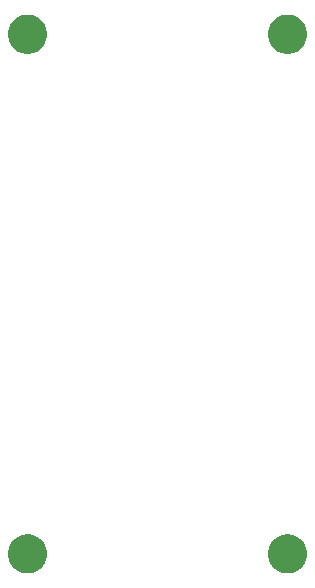
<source format=gbr>
G04 #@! TF.GenerationSoftware,KiCad,Pcbnew,5.0.2+dfsg1-1*
G04 #@! TF.CreationDate,2020-04-26T20:45:05+02:00*
G04 #@! TF.ProjectId,frontpanel,66726f6e-7470-4616-9e65-6c2e6b696361,rev?*
G04 #@! TF.SameCoordinates,Original*
G04 #@! TF.FileFunction,Soldermask,Bot*
G04 #@! TF.FilePolarity,Negative*
%FSLAX46Y46*%
G04 Gerber Fmt 4.6, Leading zero omitted, Abs format (unit mm)*
G04 Created by KiCad (PCBNEW 5.0.2+dfsg1-1) date Sun 26 Apr 2020 08:45:05 PM CEST*
%MOMM*%
%LPD*%
G01*
G04 APERTURE LIST*
%ADD10C,0.100000*%
G04 APERTURE END LIST*
D10*
G36*
X34225256Y-166141298D02*
X34331579Y-166162447D01*
X34632042Y-166286903D01*
X34898852Y-166465180D01*
X34902454Y-166467587D01*
X35132413Y-166697546D01*
X35313098Y-166967960D01*
X35437553Y-167268422D01*
X35501000Y-167587389D01*
X35501000Y-167912611D01*
X35437553Y-168231578D01*
X35313098Y-168532040D01*
X35132413Y-168802454D01*
X34902454Y-169032413D01*
X34902451Y-169032415D01*
X34632042Y-169213097D01*
X34331579Y-169337553D01*
X34225256Y-169358702D01*
X34012611Y-169401000D01*
X33687389Y-169401000D01*
X33474744Y-169358702D01*
X33368421Y-169337553D01*
X33067958Y-169213097D01*
X32797549Y-169032415D01*
X32797546Y-169032413D01*
X32567587Y-168802454D01*
X32386902Y-168532040D01*
X32262447Y-168231578D01*
X32199000Y-167912611D01*
X32199000Y-167587389D01*
X32262447Y-167268422D01*
X32386902Y-166967960D01*
X32567587Y-166697546D01*
X32797546Y-166467587D01*
X32801148Y-166465180D01*
X33067958Y-166286903D01*
X33368421Y-166162447D01*
X33474744Y-166141298D01*
X33687389Y-166099000D01*
X34012611Y-166099000D01*
X34225256Y-166141298D01*
X34225256Y-166141298D01*
G37*
G36*
X12225256Y-166141298D02*
X12331579Y-166162447D01*
X12632042Y-166286903D01*
X12898852Y-166465180D01*
X12902454Y-166467587D01*
X13132413Y-166697546D01*
X13313098Y-166967960D01*
X13437553Y-167268422D01*
X13501000Y-167587389D01*
X13501000Y-167912611D01*
X13437553Y-168231578D01*
X13313098Y-168532040D01*
X13132413Y-168802454D01*
X12902454Y-169032413D01*
X12902451Y-169032415D01*
X12632042Y-169213097D01*
X12331579Y-169337553D01*
X12225256Y-169358702D01*
X12012611Y-169401000D01*
X11687389Y-169401000D01*
X11474744Y-169358702D01*
X11368421Y-169337553D01*
X11067958Y-169213097D01*
X10797549Y-169032415D01*
X10797546Y-169032413D01*
X10567587Y-168802454D01*
X10386902Y-168532040D01*
X10262447Y-168231578D01*
X10199000Y-167912611D01*
X10199000Y-167587389D01*
X10262447Y-167268422D01*
X10386902Y-166967960D01*
X10567587Y-166697546D01*
X10797546Y-166467587D01*
X10801148Y-166465180D01*
X11067958Y-166286903D01*
X11368421Y-166162447D01*
X11474744Y-166141298D01*
X11687389Y-166099000D01*
X12012611Y-166099000D01*
X12225256Y-166141298D01*
X12225256Y-166141298D01*
G37*
G36*
X34225256Y-122141298D02*
X34331579Y-122162447D01*
X34632042Y-122286903D01*
X34898852Y-122465180D01*
X34902454Y-122467587D01*
X35132413Y-122697546D01*
X35313098Y-122967960D01*
X35437553Y-123268422D01*
X35501000Y-123587389D01*
X35501000Y-123912611D01*
X35437553Y-124231578D01*
X35313098Y-124532040D01*
X35132413Y-124802454D01*
X34902454Y-125032413D01*
X34902451Y-125032415D01*
X34632042Y-125213097D01*
X34331579Y-125337553D01*
X34225256Y-125358702D01*
X34012611Y-125401000D01*
X33687389Y-125401000D01*
X33474744Y-125358702D01*
X33368421Y-125337553D01*
X33067958Y-125213097D01*
X32797549Y-125032415D01*
X32797546Y-125032413D01*
X32567587Y-124802454D01*
X32386902Y-124532040D01*
X32262447Y-124231578D01*
X32199000Y-123912611D01*
X32199000Y-123587389D01*
X32262447Y-123268422D01*
X32386902Y-122967960D01*
X32567587Y-122697546D01*
X32797546Y-122467587D01*
X32801148Y-122465180D01*
X33067958Y-122286903D01*
X33368421Y-122162447D01*
X33474744Y-122141298D01*
X33687389Y-122099000D01*
X34012611Y-122099000D01*
X34225256Y-122141298D01*
X34225256Y-122141298D01*
G37*
G36*
X12225256Y-122141298D02*
X12331579Y-122162447D01*
X12632042Y-122286903D01*
X12898852Y-122465180D01*
X12902454Y-122467587D01*
X13132413Y-122697546D01*
X13313098Y-122967960D01*
X13437553Y-123268422D01*
X13501000Y-123587389D01*
X13501000Y-123912611D01*
X13437553Y-124231578D01*
X13313098Y-124532040D01*
X13132413Y-124802454D01*
X12902454Y-125032413D01*
X12902451Y-125032415D01*
X12632042Y-125213097D01*
X12331579Y-125337553D01*
X12225256Y-125358702D01*
X12012611Y-125401000D01*
X11687389Y-125401000D01*
X11474744Y-125358702D01*
X11368421Y-125337553D01*
X11067958Y-125213097D01*
X10797549Y-125032415D01*
X10797546Y-125032413D01*
X10567587Y-124802454D01*
X10386902Y-124532040D01*
X10262447Y-124231578D01*
X10199000Y-123912611D01*
X10199000Y-123587389D01*
X10262447Y-123268422D01*
X10386902Y-122967960D01*
X10567587Y-122697546D01*
X10797546Y-122467587D01*
X10801148Y-122465180D01*
X11067958Y-122286903D01*
X11368421Y-122162447D01*
X11474744Y-122141298D01*
X11687389Y-122099000D01*
X12012611Y-122099000D01*
X12225256Y-122141298D01*
X12225256Y-122141298D01*
G37*
M02*

</source>
